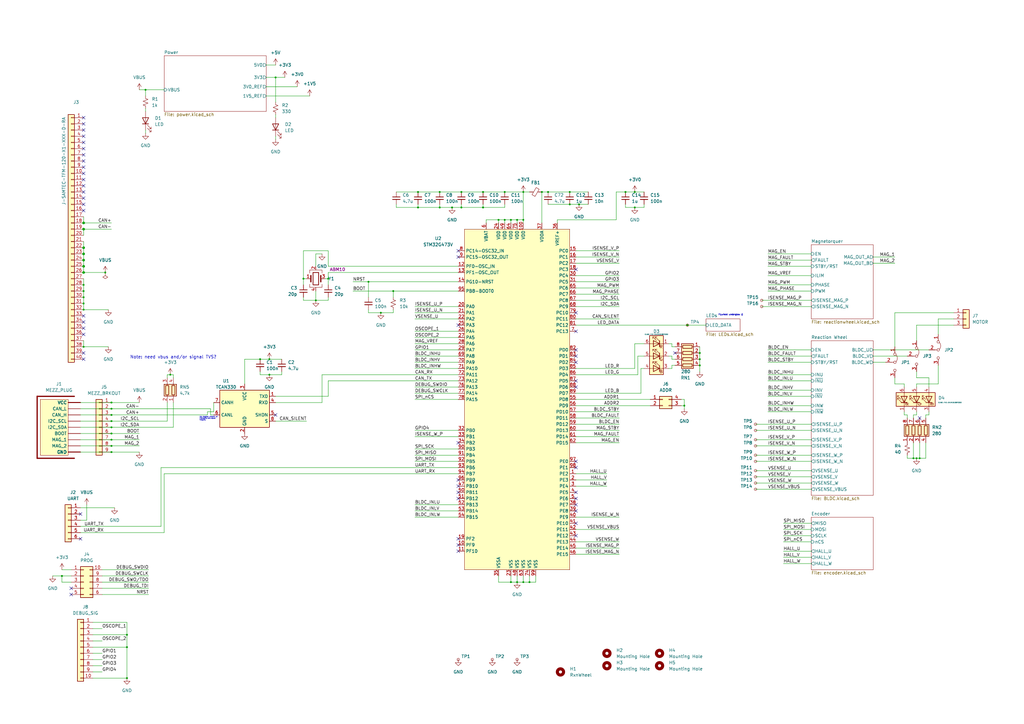
<source format=kicad_sch>
(kicad_sch (version 20220102) (generator eeschema)
  (paper "A3")
  (junction (at 45.72 170.18) (diameter 0.6096))
  (junction (at 287.02 147.32) (diameter 0.6096))
  (junction (at 43.18 111.76) (diameter 0.6096))
  (junction (at 124.46 114.3) (diameter 0.6096))
  (junction (at 45.72 182.88) (diameter 0.6096))
  (junction (at 129.54 123.19) (diameter 0.6096))
  (junction (at 69.85 153.67) (diameter 0.6096))
  (junction (at 281.94 133.35) (diameter 0.6096))
  (junction (at 214.63 78.74) (diameter 0.6096))
  (junction (at 45.72 165.1) (diameter 0.6096))
  (junction (at 377.19 187.96) (diameter 0.6096))
  (junction (at 45.72 180.34) (diameter 0.6096))
  (junction (at 34.29 127) (diameter 0.6096))
  (junction (at 161.29 119.38) (diameter 0.6096))
  (junction (at 110.49 147.32) (diameter 0.6096))
  (junction (at 34.29 101.6) (diameter 0.9144))
  (junction (at 52.07 278.13) (diameter 0.6096))
  (junction (at 375.92 187.96) (diameter 0.6096))
  (junction (at 34.29 124.46) (diameter 0.6096))
  (junction (at 237.49 83.82) (diameter 0.6096))
  (junction (at 260.35 85.09) (diameter 0.6096))
  (junction (at 209.55 90.17) (diameter 0.6096))
  (junction (at 34.29 111.76) (diameter 0.9144))
  (junction (at 204.47 90.17) (diameter 0.6096))
  (junction (at 45.72 172.72) (diameter 0.6096))
  (junction (at 151.13 115.57) (diameter 0.6096))
  (junction (at 185.42 85.09) (diameter 0.6096))
  (junction (at 212.09 238.76) (diameter 0.6096))
  (junction (at 34.29 116.84) (diameter 0.6096))
  (junction (at 59.69 36.83) (diameter 0.6096))
  (junction (at 45.72 185.42) (diameter 0.6096))
  (junction (at 34.29 106.68) (diameter 0.9144))
  (junction (at 198.12 78.74) (diameter 0.6096))
  (junction (at 217.17 238.76) (diameter 0.6096))
  (junction (at 45.72 175.26) (diameter 0.6096))
  (junction (at 260.35 78.74) (diameter 0.6096))
  (junction (at 198.12 85.09) (diameter 0.6096))
  (junction (at 134.62 114.3) (diameter 0.6096))
  (junction (at 214.63 238.76) (diameter 0.6096))
  (junction (at 207.01 78.74) (diameter 0.6096))
  (junction (at 45.72 177.8) (diameter 0.6096))
  (junction (at 207.01 90.17) (diameter 0.6096))
  (junction (at 374.65 187.96) (diameter 0.6096))
  (junction (at 233.68 83.82) (diameter 0.6096))
  (junction (at 34.29 104.14) (diameter 0.9144))
  (junction (at 209.55 238.76) (diameter 0.6096))
  (junction (at 34.29 142.24) (diameter 0.6096))
  (junction (at 34.29 109.22) (diameter 0.9144))
  (junction (at 212.09 90.17) (diameter 0.6096))
  (junction (at 180.34 78.74) (diameter 0.6096))
  (junction (at 113.03 31.75) (diameter 0.6096))
  (junction (at 214.63 90.17) (diameter 0.6096))
  (junction (at 45.72 167.64) (diameter 0.6096))
  (junction (at 25.4 236.22) (diameter 0.6096))
  (junction (at 189.23 85.09) (diameter 0.6096))
  (junction (at 287.02 149.86) (diameter 0.6096))
  (junction (at 189.23 78.74) (diameter 0.6096))
  (junction (at 110.49 153.67) (diameter 0.6096))
  (junction (at 34.29 119.38) (diameter 0.6096))
  (junction (at 256.54 78.74) (diameter 0.6096))
  (junction (at 156.21 128.27) (diameter 0.6096))
  (junction (at 233.68 78.74) (diameter 0.6096))
  (junction (at 180.34 85.09) (diameter 0.6096))
  (junction (at 34.29 93.98) (diameter 0.9144))
  (junction (at 52.07 265.43) (diameter 0.6096))
  (junction (at 224.79 78.74) (diameter 0.6096))
  (junction (at 34.29 91.44) (diameter 0.9144))
  (junction (at 34.29 121.92) (diameter 0.6096))
  (junction (at 171.45 85.09) (diameter 0.6096))
  (junction (at 52.07 260.35) (diameter 0.6096))
  (junction (at 280.67 166.37) (diameter 0.6096))
  (junction (at 171.45 78.74) (diameter 0.6096))
  (junction (at 106.68 147.32) (diameter 0.6096))
  (junction (at 287.02 144.78) (diameter 0.6096))
  (junction (at 222.25 78.74) (diameter 0.6096))
  (no_connect (at 236.22 204.47))
  (no_connect (at 34.29 147.32))
  (no_connect (at 236.22 207.01))
  (no_connect (at 34.29 144.78))
  (no_connect (at 236.22 189.23))
  (no_connect (at 236.22 158.75))
  (no_connect (at 34.29 129.54))
  (no_connect (at 34.29 63.5))
  (no_connect (at 187.96 102.87))
  (no_connect (at 34.29 66.04))
  (no_connect (at 377.19 171.45))
  (no_connect (at 187.96 204.47))
  (no_connect (at 34.29 48.26))
  (no_connect (at 34.29 53.34))
  (no_connect (at 236.22 128.27))
  (no_connect (at 34.29 86.36))
  (no_connect (at 34.29 81.28))
  (no_connect (at 34.29 71.12))
  (no_connect (at 33.02 220.98))
  (no_connect (at 276.86 144.78))
  (no_connect (at 29.21 241.3))
  (no_connect (at 34.29 134.62))
  (no_connect (at 236.22 143.51))
  (no_connect (at 236.22 219.71))
  (no_connect (at 34.29 73.66))
  (no_connect (at 187.96 199.39))
  (no_connect (at 236.22 214.63))
  (no_connect (at 187.96 220.98))
  (no_connect (at 34.29 132.08))
  (no_connect (at 34.29 83.82))
  (no_connect (at 29.21 243.84))
  (no_connect (at 187.96 223.52))
  (no_connect (at 34.29 76.2))
  (no_connect (at 34.29 55.88))
  (no_connect (at 113.03 170.18))
  (no_connect (at 187.96 196.85))
  (no_connect (at 187.96 105.41))
  (no_connect (at 236.22 110.49))
  (no_connect (at 187.96 226.06))
  (no_connect (at 236.22 148.59))
  (no_connect (at 34.29 68.58))
  (no_connect (at 34.29 50.8))
  (no_connect (at 34.29 137.16))
  (no_connect (at 33.02 210.82))
  (no_connect (at 34.29 78.74))
  (no_connect (at 187.96 133.35))
  (no_connect (at 236.22 135.89))
  (no_connect (at 236.22 146.05))
  (no_connect (at 187.96 181.61))
  (no_connect (at 34.29 58.42))
  (no_connect (at 236.22 201.93))
  (no_connect (at 236.22 156.21))
  (no_connect (at 236.22 209.55))
  (no_connect (at 236.22 191.77))
  (no_connect (at 187.96 201.93))
  (no_connect (at 34.29 60.96))
  (wire (pts (xy 45.72 170.18) (xy 85.09 170.18)))
  (wire (pts (xy 151.13 115.57) (xy 187.96 115.57)))
  (wire (pts (xy 212.09 90.17) (xy 212.09 91.44)))
  (wire (pts (xy 38.1 275.59) (xy 41.91 275.59)))
  (wire (pts (xy 236.22 120.65) (xy 254 120.65)))
  (wire (pts (xy 38.1 273.05) (xy 41.91 273.05)))
  (wire (pts (xy 144.78 115.57) (xy 151.13 115.57)))
  (wire (pts (xy 124.46 114.3) (xy 125.73 114.3)))
  (wire (pts (xy 124.46 116.84) (xy 124.46 114.3)))
  (wire (pts (xy 41.91 236.22) (xy 60.96 236.22)))
  (wire (pts (xy 144.78 119.38) (xy 161.29 119.38)))
  (wire (pts (xy 358.14 105.41) (xy 367.03 105.41)))
  (wire (pts (xy 236.22 130.81) (xy 254 130.81)))
  (wire (pts (xy 314.96 109.22) (xy 332.74 109.22)))
  (wire (pts (xy 180.34 83.82) (xy 180.34 85.09)))
  (wire (pts (xy 236.22 217.17) (xy 254 217.17)))
  (wire (pts (xy 41.91 241.3) (xy 60.96 241.3)))
  (wire (pts (xy 151.13 128.27) (xy 156.21 128.27)))
  (wire (pts (xy 209.55 90.17) (xy 209.55 91.44)))
  (wire (pts (xy 109.22 26.67) (xy 113.03 26.67)))
  (wire (pts (xy 222.25 78.74) (xy 224.79 78.74)))
  (wire (pts (xy 224.79 78.74) (xy 233.68 78.74)))
  (wire (pts (xy 45.72 177.8) (xy 57.15 177.8)))
  (wire (pts (xy 309.88 193.04) (xy 332.74 193.04)))
  (wire (pts (xy 34.29 93.98) (xy 45.72 93.98)))
  (wire (pts (xy 34.29 96.52) (xy 34.29 93.98)))
  (wire (pts (xy 134.62 111.76) (xy 187.96 111.76)))
  (wire (pts (xy 134.62 114.3) (xy 134.62 111.76)))
  (wire (pts (xy 41.91 233.68) (xy 60.96 233.68)))
  (wire (pts (xy 170.18 161.29) (xy 187.96 161.29)))
  (wire (pts (xy 204.47 90.17) (xy 204.47 91.44)))
  (wire (pts (xy 207.01 90.17) (xy 207.01 91.44)))
  (wire (pts (xy 199.39 90.17) (xy 204.47 90.17)))
  (wire (pts (xy 204.47 90.17) (xy 207.01 90.17)))
  (wire (pts (xy 207.01 90.17) (xy 209.55 90.17)))
  (wire (pts (xy 209.55 90.17) (xy 212.09 90.17)))
  (wire (pts (xy 214.63 78.74) (xy 214.63 90.17)))
  (wire (pts (xy 309.88 180.34) (xy 332.74 180.34)))
  (wire (pts (xy 132.08 104.14) (xy 129.54 104.14)))
  (wire (pts (xy 274.32 146.05) (xy 275.59 146.05)))
  (wire (pts (xy 275.59 146.05) (xy 275.59 147.32)))
  (wire (pts (xy 275.59 147.32) (xy 276.86 147.32)))
  (wire (pts (xy 161.29 119.38) (xy 161.29 121.92)))
  (wire (pts (xy 33.02 182.88) (xy 45.72 182.88)))
  (wire (pts (xy 129.54 119.38) (xy 129.54 123.19)))
  (wire (pts (xy 124.46 123.19) (xy 124.46 121.92)))
  (wire (pts (xy 129.54 123.19) (xy 124.46 123.19)))
  (wire (pts (xy 170.18 128.27) (xy 187.96 128.27)))
  (wire (pts (xy 38.1 257.81) (xy 41.91 257.81)))
  (wire (pts (xy 236.22 102.87) (xy 254 102.87)))
  (wire (pts (xy 109.22 39.37) (xy 127 39.37)))
  (wire (pts (xy 199.39 90.17) (xy 199.39 91.44)))
  (wire (pts (xy 321.31 222.25) (xy 332.74 222.25)))
  (wire (pts (xy 100.33 147.32) (xy 106.68 147.32)))
  (wire (pts (xy 100.33 157.48) (xy 100.33 147.32)))
  (wire (pts (xy 106.68 147.32) (xy 110.49 147.32)))
  (wire (pts (xy 110.49 147.32) (xy 115.57 147.32)))
  (wire (pts (xy 321.31 217.17) (xy 332.74 217.17)))
  (wire (pts (xy 52.07 278.13) (xy 52.07 265.43)))
  (wire (pts (xy 57.15 36.83) (xy 59.69 36.83)))
  (wire (pts (xy 59.69 36.83) (xy 67.31 36.83)))
  (wire (pts (xy 124.46 102.87) (xy 124.46 114.3)))
  (wire (pts (xy 134.62 102.87) (xy 124.46 102.87)))
  (wire (pts (xy 134.62 109.22) (xy 134.62 102.87)))
  (wire (pts (xy 187.96 109.22) (xy 134.62 109.22)))
  (wire (pts (xy 384.81 130.81) (xy 391.16 130.81)))
  (wire (pts (xy 384.81 137.16) (xy 384.81 130.81)))
  (wire (pts (xy 314.96 160.02) (xy 332.74 160.02)))
  (wire (pts (xy 170.18 163.83) (xy 187.96 163.83)))
  (wire (pts (xy 170.18 186.69) (xy 187.96 186.69)))
  (wire (pts (xy 189.23 83.82) (xy 189.23 85.09)))
  (wire (pts (xy 170.18 135.89) (xy 187.96 135.89)))
  (wire (pts (xy 113.03 162.56) (xy 134.62 162.56)))
  (wire (pts (xy 134.62 162.56) (xy 134.62 156.21)))
  (wire (pts (xy 35.56 207.01) (xy 35.56 213.36)))
  (wire (pts (xy 35.56 213.36) (xy 33.02 213.36)))
  (wire (pts (xy 170.18 207.01) (xy 187.96 207.01)))
  (wire (pts (xy 367.03 154.94) (xy 367.03 157.48)))
  (wire (pts (xy 367.03 157.48) (xy 370.84 157.48)))
  (wire (pts (xy 370.84 157.48) (xy 370.84 158.75)))
  (wire (pts (xy 309.88 182.88) (xy 332.74 182.88)))
  (wire (pts (xy 236.22 105.41) (xy 254 105.41)))
  (wire (pts (xy 236.22 151.13) (xy 260.35 151.13)))
  (wire (pts (xy 314.96 166.37) (xy 332.74 166.37)))
  (wire (pts (xy 358.14 146.05) (xy 372.11 146.05)))
  (wire (pts (xy 312.42 125.73) (xy 332.74 125.73)))
  (wire (pts (xy 228.6 90.17) (xy 252.73 90.17)))
  (wire (pts (xy 252.73 78.74) (xy 256.54 78.74)))
  (wire (pts (xy 252.73 90.17) (xy 252.73 78.74)))
  (wire (pts (xy 256.54 78.74) (xy 260.35 78.74)))
  (wire (pts (xy 260.35 78.74) (xy 264.16 78.74)))
  (wire (pts (xy 236.22 224.79) (xy 254 224.79)))
  (wire (pts (xy 69.85 153.67) (xy 71.12 153.67)))
  (wire (pts (xy 71.12 153.67) (xy 71.12 154.94)))
  (wire (pts (xy 52.07 265.43) (xy 52.07 260.35)))
  (wire (pts (xy 236.22 118.11) (xy 254 118.11)))
  (wire (pts (xy 214.63 90.17) (xy 214.63 91.44)))
  (wire (pts (xy 309.88 198.12) (xy 332.74 198.12)))
  (wire (pts (xy 106.68 152.4) (xy 106.68 153.67)))
  (wire (pts (xy 106.68 153.67) (xy 110.49 153.67)))
  (wire (pts (xy 110.49 153.67) (xy 115.57 153.67)))
  (wire (pts (xy 115.57 153.67) (xy 115.57 152.4)))
  (wire (pts (xy 236.22 161.29) (xy 262.89 161.29)))
  (wire (pts (xy 262.89 151.13) (xy 264.16 151.13)))
  (wire (pts (xy 262.89 161.29) (xy 262.89 151.13)))
  (wire (pts (xy 236.22 196.85) (xy 248.92 196.85)))
  (wire (pts (xy 67.31 194.31) (xy 187.96 194.31)))
  (wire (pts (xy 67.31 218.44) (xy 67.31 194.31)))
  (wire (pts (xy 162.56 78.74) (xy 171.45 78.74)))
  (wire (pts (xy 171.45 78.74) (xy 180.34 78.74)))
  (wire (pts (xy 180.34 78.74) (xy 189.23 78.74)))
  (wire (pts (xy 189.23 78.74) (xy 198.12 78.74)))
  (wire (pts (xy 198.12 78.74) (xy 207.01 78.74)))
  (wire (pts (xy 207.01 78.74) (xy 214.63 78.74)))
  (wire (pts (xy 86.36 167.64) (xy 86.36 170.18)))
  (wire (pts (xy 86.36 170.18) (xy 87.63 170.18)))
  (wire (pts (xy 34.29 142.24) (xy 34.29 139.7)))
  (wire (pts (xy 44.45 142.24) (xy 34.29 142.24)))
  (wire (pts (xy 34.29 99.06) (xy 34.29 101.6)))
  (wire (pts (xy 34.29 101.6) (xy 34.29 104.14)))
  (wire (pts (xy 34.29 104.14) (xy 34.29 106.68)))
  (wire (pts (xy 34.29 106.68) (xy 34.29 109.22)))
  (wire (pts (xy 34.29 109.22) (xy 34.29 111.76)))
  (wire (pts (xy 34.29 111.76) (xy 43.18 111.76)))
  (wire (pts (xy 25.4 233.68) (xy 29.21 233.68)))
  (wire (pts (xy 113.03 31.75) (xy 113.03 41.91)))
  (wire (pts (xy 370.84 170.18) (xy 370.84 168.91)))
  (wire (pts (xy 372.11 170.18) (xy 370.84 170.18)))
  (wire (pts (xy 372.11 171.45) (xy 372.11 170.18)))
  (wire (pts (xy 170.18 140.97) (xy 187.96 140.97)))
  (wire (pts (xy 33.02 177.8) (xy 45.72 177.8)))
  (wire (pts (xy 236.22 227.33) (xy 254 227.33)))
  (wire (pts (xy 170.18 148.59) (xy 187.96 148.59)))
  (wire (pts (xy 33.02 215.9) (xy 66.04 215.9)))
  (wire (pts (xy 109.22 31.75) (xy 113.03 31.75)))
  (wire (pts (xy 212.09 236.22) (xy 212.09 238.76)))
  (wire (pts (xy 171.45 83.82) (xy 171.45 85.09)))
  (wire (pts (xy 151.13 115.57) (xy 151.13 121.92)))
  (wire (pts (xy 260.35 140.97) (xy 264.16 140.97)))
  (wire (pts (xy 260.35 151.13) (xy 260.35 140.97)))
  (wire (pts (xy 375.92 133.35) (xy 391.16 133.35)))
  (wire (pts (xy 358.14 107.95) (xy 367.03 107.95)))
  (wire (pts (xy 204.47 238.76) (xy 204.47 236.22)))
  (wire (pts (xy 209.55 238.76) (xy 204.47 238.76)))
  (wire (pts (xy 212.09 238.76) (xy 209.55 238.76)))
  (wire (pts (xy 309.88 195.58) (xy 332.74 195.58)))
  (wire (pts (xy 236.22 123.19) (xy 254 123.19)))
  (wire (pts (xy 321.31 219.71) (xy 332.74 219.71)))
  (wire (pts (xy 375.92 154.94) (xy 375.92 152.4)))
  (wire (pts (xy 381 154.94) (xy 375.92 154.94)))
  (wire (pts (xy 170.18 130.81) (xy 187.96 130.81)))
  (wire (pts (xy 321.31 228.6) (xy 332.74 228.6)))
  (wire (pts (xy 236.22 125.73) (xy 254 125.73)))
  (wire (pts (xy 372.11 186.69) (xy 372.11 187.96)))
  (wire (pts (xy 372.11 187.96) (xy 374.65 187.96)))
  (wire (pts (xy 374.65 187.96) (xy 375.92 187.96)))
  (wire (pts (xy 375.92 187.96) (xy 377.19 187.96)))
  (wire (pts (xy 377.19 187.96) (xy 379.73 187.96)))
  (wire (pts (xy 379.73 181.61) (xy 379.73 187.96)))
  (wire (pts (xy 38.1 278.13) (xy 52.07 278.13)))
  (wire (pts (xy 66.04 191.77) (xy 66.04 215.9)))
  (wire (pts (xy 66.04 191.77) (xy 187.96 191.77)))
  (wire (pts (xy 367.03 128.27) (xy 367.03 142.24)))
  (wire (pts (xy 391.16 128.27) (xy 367.03 128.27)))
  (wire (pts (xy 236.22 173.99) (xy 254 173.99)))
  (wire (pts (xy 170.18 125.73) (xy 187.96 125.73)))
  (wire (pts (xy 236.22 163.83) (xy 266.7 163.83)))
  (wire (pts (xy 33.02 165.1) (xy 45.72 165.1)))
  (wire (pts (xy 45.72 165.1) (xy 57.15 165.1)))
  (wire (pts (xy 170.18 176.53) (xy 187.96 176.53)))
  (wire (pts (xy 236.22 176.53) (xy 254 176.53)))
  (wire (pts (xy 45.72 167.64) (xy 86.36 167.64)))
  (wire (pts (xy 33.02 167.64) (xy 45.72 167.64)))
  (wire (pts (xy 314.96 168.91) (xy 332.74 168.91)))
  (wire (pts (xy 233.68 78.74) (xy 241.3 78.74)))
  (wire (pts (xy 274.32 151.13) (xy 275.59 151.13)))
  (wire (pts (xy 275.59 149.86) (xy 276.86 149.86)))
  (wire (pts (xy 275.59 151.13) (xy 275.59 149.86)))
  (wire (pts (xy 381 154.94) (xy 381 158.75)))
  (wire (pts (xy 38.1 260.35) (xy 52.07 260.35)))
  (wire (pts (xy 132.08 153.67) (xy 132.08 165.1)))
  (wire (pts (xy 132.08 165.1) (xy 113.03 165.1)))
  (wire (pts (xy 38.1 270.51) (xy 41.91 270.51)))
  (wire (pts (xy 25.4 238.76) (xy 25.4 236.22)))
  (wire (pts (xy 29.21 238.76) (xy 25.4 238.76)))
  (wire (pts (xy 374.65 170.18) (xy 375.92 170.18)))
  (wire (pts (xy 374.65 171.45) (xy 374.65 170.18)))
  (wire (pts (xy 375.92 170.18) (xy 375.92 168.91)))
  (wire (pts (xy 236.22 171.45) (xy 254 171.45)))
  (wire (pts (xy 151.13 128.27) (xy 151.13 127)))
  (wire (pts (xy 161.29 127) (xy 161.29 128.27)))
  (wire (pts (xy 161.29 128.27) (xy 156.21 128.27)))
  (wire (pts (xy 45.72 175.26) (xy 71.12 175.26)))
  (wire (pts (xy 71.12 175.26) (xy 71.12 165.1)))
  (wire (pts (xy 41.91 238.76) (xy 60.96 238.76)))
  (wire (pts (xy 222.25 78.74) (xy 222.25 91.44)))
  (wire (pts (xy 45.72 172.72) (xy 68.58 172.72)))
  (wire (pts (xy 68.58 172.72) (xy 68.58 165.1)))
  (wire (pts (xy 113.03 46.99) (xy 113.03 48.26)))
  (wire (pts (xy 85.09 168.91) (xy 85.09 170.18)))
  (wire (pts (xy 87.63 165.1) (xy 87.63 168.91)))
  (wire (pts (xy 87.63 168.91) (xy 85.09 168.91)))
  (wire (pts (xy 38.1 262.89) (xy 41.91 262.89)))
  (wire (pts (xy 236.22 222.25) (xy 254 222.25)))
  (wire (pts (xy 162.56 83.82) (xy 162.56 85.09)))
  (wire (pts (xy 162.56 85.09) (xy 171.45 85.09)))
  (wire (pts (xy 171.45 85.09) (xy 180.34 85.09)))
  (wire (pts (xy 180.34 85.09) (xy 185.42 85.09)))
  (wire (pts (xy 185.42 85.09) (xy 189.23 85.09)))
  (wire (pts (xy 189.23 85.09) (xy 198.12 85.09)))
  (wire (pts (xy 198.12 85.09) (xy 207.01 85.09)))
  (wire (pts (xy 207.01 85.09) (xy 207.01 83.82)))
  (wire (pts (xy 34.29 114.3) (xy 34.29 116.84)))
  (wire (pts (xy 34.29 116.84) (xy 34.29 119.38)))
  (wire (pts (xy 34.29 119.38) (xy 34.29 121.92)))
  (wire (pts (xy 34.29 121.92) (xy 34.29 124.46)))
  (wire (pts (xy 34.29 124.46) (xy 34.29 127)))
  (wire (pts (xy 34.29 127) (xy 44.45 127)))
  (wire (pts (xy 113.03 172.72) (xy 125.73 172.72)))
  (wire (pts (xy 68.58 153.67) (xy 68.58 154.94)))
  (wire (pts (xy 69.85 153.67) (xy 68.58 153.67)))
  (wire (pts (xy 161.29 119.38) (xy 187.96 119.38)))
  (wire (pts (xy 129.54 104.14) (xy 129.54 109.22)))
  (wire (pts (xy 236.22 179.07) (xy 254 179.07)))
  (wire (pts (xy 170.18 209.55) (xy 187.96 209.55)))
  (wire (pts (xy 374.65 181.61) (xy 374.65 187.96)))
  (wire (pts (xy 45.72 180.34) (xy 57.15 180.34)))
  (wire (pts (xy 314.96 162.56) (xy 332.74 162.56)))
  (wire (pts (xy 358.14 143.51) (xy 381 143.51)))
  (wire (pts (xy 170.18 146.05) (xy 187.96 146.05)))
  (wire (pts (xy 236.22 113.03) (xy 254 113.03)))
  (wire (pts (xy 309.88 200.66) (xy 332.74 200.66)))
  (wire (pts (xy 59.69 36.83) (xy 59.69 39.37)))
  (wire (pts (xy 314.96 153.67) (xy 332.74 153.67)))
  (wire (pts (xy 170.18 179.07) (xy 187.96 179.07)))
  (wire (pts (xy 377.19 181.61) (xy 377.19 187.96)))
  (wire (pts (xy 134.62 114.3) (xy 133.35 114.3)))
  (wire (pts (xy 134.62 116.84) (xy 134.62 114.3)))
  (wire (pts (xy 379.73 170.18) (xy 381 170.18)))
  (wire (pts (xy 379.73 171.45) (xy 379.73 170.18)))
  (wire (pts (xy 381 170.18) (xy 381 168.91)))
  (wire (pts (xy 214.63 90.17) (xy 212.09 90.17)))
  (wire (pts (xy 375.92 157.48) (xy 375.92 158.75)))
  (wire (pts (xy 384.81 149.86) (xy 384.81 157.48)))
  (wire (pts (xy 384.81 157.48) (xy 375.92 157.48)))
  (wire (pts (xy 236.22 194.31) (xy 248.92 194.31)))
  (wire (pts (xy 59.69 44.45) (xy 59.69 45.72)))
  (wire (pts (xy 59.69 53.34) (xy 59.69 54.61)))
  (wire (pts (xy 121.92 35.56) (xy 109.22 35.56)))
  (wire (pts (xy 170.18 184.15) (xy 187.96 184.15)))
  (wire (pts (xy 33.02 208.28) (xy 46.99 208.28)))
  (wire (pts (xy 309.88 189.23) (xy 332.74 189.23)))
  (wire (pts (xy 113.03 31.75) (xy 116.84 31.75)))
  (wire (pts (xy 134.62 156.21) (xy 187.96 156.21)))
  (wire (pts (xy 314.96 119.38) (xy 332.74 119.38)))
  (wire (pts (xy 34.29 91.44) (xy 34.29 88.9)))
  (wire (pts (xy 45.72 91.44) (xy 34.29 91.44)))
  (wire (pts (xy 375.92 139.7) (xy 375.92 133.35)))
  (wire (pts (xy 314.96 106.68) (xy 332.74 106.68)))
  (wire (pts (xy 113.03 55.88) (xy 113.03 57.15)))
  (wire (pts (xy 358.14 148.59) (xy 363.22 148.59)))
  (wire (pts (xy 170.18 158.75) (xy 187.96 158.75)))
  (wire (pts (xy 33.02 175.26) (xy 45.72 175.26)))
  (wire (pts (xy 321.31 231.14) (xy 332.74 231.14)))
  (wire (pts (xy 280.67 166.37) (xy 279.4 166.37)))
  (wire (pts (xy 280.67 167.64) (xy 280.67 166.37)))
  (wire (pts (xy 217.17 236.22) (xy 217.17 238.76)))
  (wire (pts (xy 309.88 186.69) (xy 332.74 186.69)))
  (wire (pts (xy 314.96 156.21) (xy 332.74 156.21)))
  (wire (pts (xy 38.1 267.97) (xy 41.91 267.97)))
  (wire (pts (xy 280.67 163.83) (xy 279.4 163.83)))
  (wire (pts (xy 280.67 166.37) (xy 280.67 163.83)))
  (wire (pts (xy 33.02 218.44) (xy 67.31 218.44)))
  (wire (pts (xy 45.72 182.88) (xy 57.15 182.88)))
  (wire (pts (xy 314.96 116.84) (xy 332.74 116.84)))
  (wire (pts (xy 236.22 115.57) (xy 254 115.57)))
  (wire (pts (xy 309.88 176.53) (xy 332.74 176.53)))
  (wire (pts (xy 33.02 170.18) (xy 45.72 170.18)))
  (wire (pts (xy 33.02 172.72) (xy 45.72 172.72)))
  (wire (pts (xy 236.22 133.35) (xy 281.94 133.35)))
  (wire (pts (xy 281.94 133.35) (xy 289.56 133.35)))
  (wire (pts (xy 256.54 83.82) (xy 256.54 85.09)))
  (wire (pts (xy 256.54 85.09) (xy 260.35 85.09)))
  (wire (pts (xy 260.35 85.09) (xy 264.16 85.09)))
  (wire (pts (xy 264.16 85.09) (xy 264.16 83.82)))
  (wire (pts (xy 170.18 143.51) (xy 187.96 143.51)))
  (wire (pts (xy 214.63 78.74) (xy 217.17 78.74)))
  (wire (pts (xy 33.02 180.34) (xy 45.72 180.34)))
  (wire (pts (xy 228.6 90.17) (xy 228.6 91.44)))
  (wire (pts (xy 236.22 166.37) (xy 266.7 166.37)))
  (wire (pts (xy 38.1 265.43) (xy 52.07 265.43)))
  (wire (pts (xy 132.08 153.67) (xy 187.96 153.67)))
  (wire (pts (xy 33.02 185.42) (xy 45.72 185.42)))
  (wire (pts (xy 209.55 236.22) (xy 209.55 238.76)))
  (wire (pts (xy 237.49 83.82) (xy 233.68 83.82)))
  (wire (pts (xy 241.3 83.82) (xy 237.49 83.82)))
  (wire (pts (xy 314.96 143.51) (xy 332.74 143.51)))
  (wire (pts (xy 224.79 83.82) (xy 233.68 83.82)))
  (wire (pts (xy 21.59 236.22) (xy 25.4 236.22)))
  (wire (pts (xy 25.4 236.22) (xy 29.21 236.22)))
  (wire (pts (xy 321.31 214.63) (xy 332.74 214.63)))
  (wire (pts (xy 314.96 148.59) (xy 332.74 148.59)))
  (wire (pts (xy 45.72 185.42) (xy 57.15 185.42)))
  (wire (pts (xy 41.91 243.84) (xy 60.96 243.84)))
  (wire (pts (xy 321.31 226.06) (xy 332.74 226.06)))
  (wire (pts (xy 236.22 153.67) (xy 261.62 153.67)))
  (wire (pts (xy 314.96 146.05) (xy 332.74 146.05)))
  (wire (pts (xy 236.22 107.95) (xy 254 107.95)))
  (wire (pts (xy 309.88 173.99) (xy 332.74 173.99)))
  (wire (pts (xy 314.96 113.03) (xy 332.74 113.03)))
  (wire (pts (xy 236.22 168.91) (xy 254 168.91)))
  (wire (pts (xy 170.18 189.23) (xy 187.96 189.23)))
  (wire (pts (xy 212.09 238.76) (xy 214.63 238.76)))
  (wire (pts (xy 214.63 238.76) (xy 217.17 238.76)))
  (wire (pts (xy 217.17 238.76) (xy 219.71 238.76)))
  (wire (pts (xy 219.71 238.76) (xy 219.71 236.22)))
  (wire (pts (xy 198.12 83.82) (xy 198.12 85.09)))
  (wire (pts (xy 236.22 212.09) (xy 254 212.09)))
  (wire (pts (xy 312.42 123.19) (xy 332.74 123.19)))
  (wire (pts (xy 38.1 255.27) (xy 52.07 255.27)))
  (wire (pts (xy 52.07 260.35) (xy 52.07 255.27)))
  (wire (pts (xy 287.02 142.24) (xy 287.02 144.78)))
  (wire (pts (xy 287.02 144.78) (xy 287.02 147.32)))
  (wire (pts (xy 287.02 147.32) (xy 287.02 149.86)))
  (wire (pts (xy 287.02 149.86) (xy 287.02 152.4)))
  (wire (pts (xy 170.18 151.13) (xy 187.96 151.13)))
  (wire (pts (xy 236.22 199.39) (xy 248.92 199.39)))
  (wire (pts (xy 236.22 181.61) (xy 254 181.61)))
  (wire (pts (xy 314.96 104.14) (xy 332.74 104.14)))
  (wire (pts (xy 129.54 123.19) (xy 134.62 123.19)))
  (wire (pts (xy 134.62 123.19) (xy 134.62 121.92)))
  (wire (pts (xy 214.63 236.22) (xy 214.63 238.76)))
  (wire (pts (xy 170.18 212.09) (xy 187.96 212.09)))
  (wire (pts (xy 170.18 138.43) (xy 187.96 138.43)))
  (wire (pts (xy 274.32 140.97) (xy 275.59 140.97)))
  (wire (pts (xy 275.59 140.97) (xy 275.59 142.24)))
  (wire (pts (xy 275.59 142.24) (xy 276.86 142.24)))
  (wire (pts (xy 261.62 146.05) (xy 264.16 146.05)))
  (wire (pts (xy 261.62 153.67) (xy 261.62 146.05)))
  (text "the magical windmill of\nfriendship and signal\nintegrity" (at 81.8468 172.6322 0) (effects (font (size 0.4 0.4)) (justify left bottom)))
  (text "Flywheel underglow ;) " (at 294.64 129.54 0) (effects (font (size 0.6 0.6)) (justify left bottom)))
  (text "Note: need vbus and/or signal TVS?" (at 53.34 147.32 0) (effects (font (size 1.27 1.27)) (justify left bottom)))
  (label "CAN+" (at 57.15 170.18 180))
  (label "DEBUG_SWDIO" (at 60.96 233.68 180))
  (label "HALL_V" (at 321.31 228.6 0))
  (label "VSENSE_W" (at 254 222.25 180))
  (label "MAG_1" (at 367.03 105.41 180))
  (label "VSENSE_U" (at 170.18 130.81 0))
  (label "ISENSE_MAG_N" (at 254 227.33 180))
  (label "SPI_MOSI" (at 170.18 189.23 0))
  (label "BLDC_INLU" (at 170.18 207.01 0))
  (label "GPIO1" (at 41.91 267.97 0))
  (label "HALL_U" (at 321.31 226.06 0))
  (label "ADDR1" (at 254 163.83 180))
  (label "ISENSE_MAG_P" (at 254 224.79 180))
  (label "ISENSE_W_N" (at 254 212.09 180))
  (label "VSENSE_V" (at 314.96 195.58 0))
  (label "MAG_FAULT" (at 254 179.07 180))
  (label "MAG_VREF" (at 170.18 140.97 0))
  (label "GPIO1" (at 170.18 143.51 0))
  (label "BLDC_INLV" (at 170.18 209.55 0))
  (label "BLDC_FAULT" (at 254 171.45 180))
  (label "ADDR2" (at 254 166.37 180))
  (label "CAN_TX" (at 170.18 156.21 0))
  (label "SPI_MISO" (at 321.31 214.63 0))
  (label "BLDC_INLW" (at 314.96 168.91 0))
  (label "BLDC_INLU" (at 314.96 156.21 0))
  (label "ISENSE_V_P" (at 254 102.87 180))
  (label "SPI_MOSI" (at 321.31 217.17 0))
  (label "I2C_SCL" (at 254 123.19 180))
  (label "MAG_2" (at 57.15 182.88 180))
  (label "HALL_V" (at 248.92 196.85 180))
  (label "CAN_RX" (at 170.18 153.67 0))
  (label "BLDC_EN" (at 254 173.99 180))
  (label "VSENSE_V" (at 254 107.95 180))
  (label "SPI_SCK" (at 321.31 219.71 0))
  (label "BLDC_EN" (at 314.96 143.51 0))
  (label "BLDC_INHU" (at 170.18 146.05 0))
  (label "MAG_FAULT" (at 314.96 106.68 0))
  (label "DEBUG_SWDIO" (at 170.18 158.75 0))
  (label "ISENSE_V_P" (at 314.96 180.34 0))
  (label "OSCOPE_2" (at 41.91 262.89 0))
  (label "I2C_SCL" (at 57.15 172.72 180))
  (label "UART_TX" (at 42.545 215.9 180))
  (label "CAN-" (at 57.15 167.64 180))
  (label "LED_B" (at 254 161.29 180))
  (label "LED_R" (at 254 151.13 180))
  (label "CAN+" (at 45.72 91.44 180))
  (label "HALL_W" (at 248.92 199.39 180))
  (label "OSCOPE_1" (at 41.91 257.81 0))
  (label "DEBUG_TDI" (at 60.96 241.3 180))
  (label "ISENSE_W_P" (at 170.18 179.07 0))
  (label "VSENSE_VBUS" (at 254 217.17 180))
  (label "BLDC_STBY" (at 254 168.91 180))
  (label "HALL_W" (at 321.31 231.14 0))
  (label "DEBUG_SWCLK" (at 170.18 161.29 0))
  (label "ISENSE_V_N" (at 254 105.41 180))
  (label "SPI_SCK" (at 170.18 184.15 0))
  (label "ISENSE_W_P" (at 314.96 186.69 0))
  (label "UART_RX" (at 170.18 194.31 0))
  (label "MAG_STBY" (at 254 176.53 180))
  (label "BLDC_INLW" (at 170.18 212.09 0))
  (label "I2C_SDA" (at 57.15 175.26 180))
  (label "DEBUG_SWO{slash}TDO" (at 60.96 238.76 180))
  (label "NRST" (at 144.78 115.57 0))
  (label "BLDC_INHV" (at 170.18 148.59 0))
  (label "VSENSE_VBUS" (at 314.96 200.66 0))
  (label "BLDC_INLV" (at 314.96 162.56 0))
  (label "MAG_EN" (at 314.96 104.14 0))
  (label "VSENSE_W" (at 314.96 198.12 0))
  (label "GPIO3" (at 41.91 273.05 0))
  (label "MAG_PHASE" (at 254 120.65 180))
  (label "NRST" (at 60.96 243.84 180))
  (label "LED_DATA" (at 254 133.35 180))
  (label "ISENSE_MAG_N" (at 314.96 125.73 0))
  (label "BLDC_INHU" (at 314.96 153.67 0))
  (label "CAN-" (at 45.72 93.98 180))
  (label "MAG_PWM" (at 314.96 116.84 0))
  (label "MAG_STBY" (at 314.96 109.22 0))
  (label "ISENSE_U_N" (at 314.96 176.53 0))
  (label "ISENSE_W_N" (at 314.96 189.23 0))
  (label "LED_G" (at 254 153.67 180))
  (label "MAG_2" (at 367.03 107.95 180))
  (label "ISENSE_U_P" (at 170.18 125.73 0))
  (label "BLDC_INHW" (at 314.96 166.37 0))
  (label "GPIO3" (at 254 115.57 180))
  (label "GPIO2" (at 41.91 270.51 0))
  (label "BLDC_INHV" (at 314.96 160.02 0))
  (label "SPI_nCS" (at 170.18 163.83 0))
  (label "DEBUG_SWCLK" (at 60.96 236.22 180))
  (label "GPIO4" (at 41.91 275.59 0))
  (label "BOOT" (at 57.15 177.8 180))
  (label "BLDC_FAULT" (at 314.96 146.05 0))
  (label "ISENSE_V_N" (at 314.96 182.88 0))
  (label "MAG_VREF" (at 314.96 113.03 0))
  (label "MAG_PWM" (at 254 118.11 180))
  (label "MAG_EN" (at 254 181.61 180))
  (label "OSCOPE_1" (at 170.18 135.89 0))
  (label "BLDC_INHW" (at 170.18 151.13 0))
  (label "SPI_MISO" (at 170.18 186.69 0))
  (label "UART_RX" (at 42.545 218.44 180))
  (label "UART_TX" (at 170.18 191.77 0))
  (label "ISENSE_U_P" (at 314.96 173.99 0))
  (label "BLDC_STBY" (at 314.96 148.59 0))
  (label "BOOT" (at 144.78 119.38 0))
  (label "HALL_U" (at 248.92 194.31 180))
  (label "I2C_SDA" (at 254 125.73 180))
  (label "GPIO4" (at 170.18 176.53 0))
  (label "GPIO2" (at 254 113.03 180))
  (label "SPI_nCS" (at 321.31 222.25 0))
  (label "MAG_PHASE" (at 314.96 119.38 0))
  (label "CAN_SILENT" (at 254 130.81 180))
  (label "ISENSE_MAG_P" (at 314.96 123.19 0))
  (label "OSCOPE_2" (at 170.18 138.43 0))
  (label "VSENSE_U" (at 314.96 193.04 0))
  (label "CAN_SILENT" (at 125.73 172.72 180))
  (label "ISENSE_U_N" (at 170.18 128.27 0))
  (label "MAG_1" (at 57.15 180.34 180))
  (symbol (lib_id "Device:C_Small") (at 124.46 119.38 0) (unit 1)
    (property "Reference" "C3" (at 121.92 118.1099 0) (effects (justify right)))
    (property "Value" "20p" (at 121.92 120.6499 0) (effects (justify right)))
    (property "Footprint" "Capacitor_SMD:C_0603_1608Metric" (effects hide))
  )
  (symbol (lib_id "power:GND") (at 21.59 236.22 0) (unit 1)
    (property "Reference" "#PWR0105" (effects hide))
    (property "Value" "GND" (at 21.59 241.3 0))
  )
  (symbol (lib_id "power:GND") (at 287.02 152.4 0) (unit 1)
    (property "Reference" "#PWR0150" (effects hide))
    (property "Value" "GND" (at 287.02 157.48 0))
  )
  (symbol (lib_id "power:+5V") (at 113.03 26.67 0) (unit 1)
    (property "Reference" "#PWR0192" (effects hide))
    (property "Value" "+5V" (at 113.03 21.59 0))
  )
  (symbol (lib_id "Device:R_Small_US") (at 372.11 184.15 0) (mirror y) (unit 1)
    (property "Reference" "R4" (at 369.57 182.8799 0) (effects (justify left)))
    (property "Value" "40" (at 369.57 185.4199 0) (effects (justify left)))
    (property "Footprint" "Resistor_SMD:R_0603_1608Metric" (effects hide))
  )
  (symbol (lib_id "Connector:TestPoint_Small") (at 312.42 125.73 0) (mirror y) (unit 1)
    (property "Reference" "TP16" (at 311.15 124.4599 0) (effects (justify left)))
    (property "Value" "TestPoint" (effects hide))
    (property "Footprint" "project:TestPoint_Keystone_5019_Minature-3DMODEL" (effects hide))
  )
  (symbol (lib_id "Connector:TestPoint_Small") (at 201.93 270.51 0) (unit 1)
    (property "Reference" "TP2" (at 203.2 269.2399 0) (effects (justify left)))
    (property "Value" "TestPoint" (effects hide))
    (property "Footprint" "project:TestPoint_Keystone_5019_Minature-3DMODEL" (effects hide))
  )
  (symbol (lib_id "power:PWR_FLAG") (at 43.18 111.76 180) (unit 1)
    (property "Reference" "#FLG0101" (effects hide))
    (property "Value" "PWR_FLAG" (effects hide))
  )
  (symbol (lib_id "power:VBUS") (at 57.15 36.83 0) (unit 1)
    (property "Reference" "#PWR0113" (effects hide))
    (property "Value" "VBUS" (at 57.15 31.75 0))
  )
  (symbol (lib_id "Connector:TestPoint_Small") (at 281.94 133.35 0) (unit 1)
    (property "Reference" "TP4" (at 283.21 132.0799 0) (effects (justify left)))
    (property "Value" "TestPoint" (effects hide))
    (property "Footprint" "project:TestPoint_Keystone_5019_Minature-3DMODEL" (effects hide))
  )
  (symbol (lib_id "power:+1V5") (at 127 39.37 0) (unit 1)
    (property "Reference" "#PWR0114" (effects hide))
    (property "Value" "+1V5" (at 127 34.29 0))
  )
  (symbol (lib_id "power:+3V3") (at 110.49 147.32 0) (unit 1)
    (property "Reference" "#PWR0143" (effects hide))
    (property "Value" "+3V3" (at 110.49 142.24 0))
  )
  (symbol (lib_id "power:GND") (at 375.92 187.96 0) (unit 1)
    (property "Reference" "#PWR0148" (effects hide))
    (property "Value" "GND" (at 375.92 193.04 0))
  )
  (symbol (lib_id "Connector:TestPoint_Small") (at 309.88 173.99 0) (mirror y) (unit 1)
    (property "Reference" "TP5" (at 308.61 172.7199 0) (effects (justify left)))
    (property "Value" "TestPoint" (effects hide))
    (property "Footprint" "project:TestPoint_Keystone_5019_Minature-3DMODEL" (effects hide))
  )
  (symbol (lib_id "power:GND") (at 237.49 83.82 0) (unit 1)
    (property "Reference" "#PWR0118" (effects hide))
    (property "Value" "GND" (at 237.49 88.9 0))
  )
  (symbol (lib_id "Connector_Generic:Conn_01x03") (at 396.24 130.81 0) (unit 1)
    (property "Reference" "J7" (at 398.78 129.5399 0) (effects (justify left)))
    (property "Value" "MOTOR" (at 398.78 132.0799 0) (effects (justify left)))
    (property "Footprint" "Connector_PinHeader_2.54mm:PinHeader_1x03_P2.54mm_Vertical" (effects hide))
  )
  (symbol (lib_id "power:GND") (at 187.96 270.51 0) (unit 1)
    (property "Reference" "#PWR0247" (effects hide))
    (property "Value" "GND" (at 187.96 275.59 0))
  )
  (symbol (lib_id "Device:C_Small") (at 207.01 81.28 0) (unit 1)
    (property "Reference" "C11" (at 209.55 80.0099 0) (effects (justify left)))
    (property "Value" "100n" (at 209.55 82.5499 0) (effects (justify left)))
    (property "Footprint" "Capacitor_SMD:C_0603_1608Metric" (effects hide))
  )
  (symbol (lib_id "Connector:TestPoint_Small") (at 309.88 193.04 0) (mirror y) (unit 1)
    (property "Reference" "TP11" (at 308.61 191.7699 0) (effects (justify left)))
    (property "Value" "TestPoint" (effects hide))
    (property "Footprint" "project:TestPoint_Keystone_5019_Minature-3DMODEL" (effects hide))
  )
  (symbol (lib_id "power:VBUS") (at 57.15 165.1 0) (unit 1)
    (property "Reference" "#PWR0102" (effects hide))
    (property "Value" "VBUS" (at 57.15 160.02 0))
  )
  (symbol (lib_id "Connector:TestPoint_Small") (at 309.88 200.66 0) (mirror y) (unit 1)
    (property "Reference" "TP14" (at 308.61 199.3899 0) (effects (justify left)))
    (property "Value" "TestPoint" (effects hide))
    (property "Footprint" "project:TestPoint_Keystone_5019_Minature-3DMODEL" (effects hide))
  )
  (symbol (lib_id "Device:R_Pack04") (at 281.94 147.32 90) (mirror x) (unit 1)
    (property "Reference" "RN1" (at 283.21 154.9401 90) (effects (justify left)))
    (property "Value" "280" (at 283.21 152.4001 90) (effects (justify left)))
    (property "Footprint" "Resistor_SMD:R_Array_Convex_4x0603" (effects hide))
  )
  (symbol (lib_id "Jumper:Jumper_3_Bridged12") (at 367.03 148.59 270) (unit 1)
    (property "Reference" "JP1" (at 369.57 148.5899 90) (effects (justify left)))
    (property "Value" "Jumper_3_Bridged12" (effects hide))
    (property "Footprint" "Connector_PinHeader_2.54mm:PinHeader_1x03_P2.54mm_Vertical" (effects hide))
  )
  (symbol (lib_id "power:GND") (at 280.67 167.64 0) (unit 1)
    (property "Reference" "#PWR0149" (effects hide))
    (property "Value" "GND" (at 280.67 172.72 0))
  )
  (symbol (lib_id "Connector:TestPoint_Small") (at 309.88 182.88 0) (mirror y) (unit 1)
    (property "Reference" "TP8" (at 308.61 181.6099 0) (effects (justify left)))
    (property "Value" "TestPoint" (effects hide))
    (property "Footprint" "project:TestPoint_Keystone_5019_Minature-3DMODEL" (effects hide))
  )
  (symbol (lib_id "Device:C_Small") (at 171.45 81.28 0) (unit 1)
    (property "Reference" "C7" (at 173.99 80.0099 0) (effects (justify left)))
    (property "Value" "100n" (at 173.99 82.5499 0) (effects (justify left)))
    (property "Footprint" "Capacitor_SMD:C_0603_1608Metric" (effects hide))
  )
  (symbol (lib_id "Device:C_Small") (at 151.13 124.46 0) (unit 1)
    (property "Reference" "C5" (at 153.67 123.1899 0) (effects (justify left)))
    (property "Value" "100n" (at 153.67 125.7299 0) (effects (justify left)))
    (property "Footprint" "Capacitor_SMD:C_0603_1608Metric" (effects hide))
  )
  (symbol (lib_id "Connector:TestPoint_Small") (at 309.88 198.12 0) (mirror y) (unit 1)
    (property "Reference" "TP13" (at 308.61 196.8499 0) (effects (justify left)))
    (property "Value" "TestPoint" (effects hide))
    (property "Footprint" "project:TestPoint_Keystone_5019_Minature-3DMODEL" (effects hide))
  )
  (symbol (lib_id "Connector_Generic:Conn_01x09") (at 40.64 175.26 0) (mirror y) (unit 1)
    (property "Reference" "J5" (at 42.672 158.75 0))
    (property "Value" "MEZZ_BRKOUT" (at 42.672 161.29 0))
    (property "Footprint" "Connector_PinHeader_2.54mm:PinHeader_1x09_P2.54mm_Vertical" (effects hide))
  )
  (symbol (lib_id "power:+3V3") (at 214.63 78.74 0) (unit 1)
    (property "Reference" "#PWR0120" (effects hide))
    (property "Value" "+3V3" (at 214.63 73.66 0))
  )
  (symbol (lib_id "power:GND") (at 113.03 57.15 0) (unit 1)
    (property "Reference" "#PWR0117" (effects hide))
    (property "Value" "GND" (at 113.03 62.23 0))
  )
  (symbol (lib_id "Jumper:Jumper_3_Bridged12") (at 375.92 146.05 270) (unit 1)
    (property "Reference" "JP3" (at 378.46 146.0499 90) (effects (justify left)))
    (property "Value" "Jumper_3_Bridged12" (effects hide))
    (property "Footprint" "Connector_PinHeader_2.54mm:PinHeader_1x03_P2.54mm_Vertical" (effects hide))
  )
  (symbol (lib_id "power:+3V3") (at 69.85 153.67 0) (unit 1)
    (property "Reference" "#PWR0220" (effects hide))
    (property "Value" "+3V3" (at 69.85 148.59 0))
  )
  (symbol (lib_id "Connector_Generic:Conn_02x02_Counter_Clockwise") (at 271.78 163.83 0) (unit 1)
    (property "Reference" "J6" (at 273.05 157.48 0))
    (property "Value" "ADDR" (at 273.05 160.02 0))
    (property "Footprint" "Connector_PinHeader_2.54mm:PinHeader_2x02_P2.54mm_Vertical" (effects hide))
  )
  (symbol (lib_id "Device:R_Small_US") (at 59.69 41.91 0) (unit 1)
    (property "Reference" "R1" (at 62.23 40.6399 0) (effects (justify left)))
    (property "Value" "1k" (at 62.23 43.1799 0) (effects (justify left)))
    (property "Footprint" "Resistor_SMD:R_0603_1608Metric" (effects hide))
  )
  (symbol (lib_id "power:GND") (at 44.45 127 0) (unit 1)
    (property "Reference" "#PWR0104" (effects hide))
    (property "Value" "GND" (at 44.45 132.08 0))
  )
  (symbol (lib_id "Mechanical:MountingHole") (at 270.51 273.05 0) (unit 1)
    (property "Reference" "H5" (at 274.32 271.7799 0) (effects (justify left)))
    (property "Value" "Mounting Hole" (at 274.32 274.3199 0) (effects (justify left)))
    (property "Footprint" "MountingHole:MountingHole_3.2mm_M3" (effects hide))
  )
  (symbol (lib_id "Device:R_Small_US") (at 113.03 44.45 0) (unit 1)
    (property "Reference" "R2" (at 115.57 43.1799 0) (effects (justify left)))
    (property "Value" "330" (at 115.57 45.7199 0) (effects (justify left)))
    (property "Footprint" "Resistor_SMD:R_0603_1608Metric" (effects hide))
  )
  (symbol (lib_id "power:GND") (at 44.45 142.24 0) (unit 1)
    (property "Reference" "#PWR0103" (effects hide))
    (property "Value" "GND" (at 44.45 147.32 0))
  )
  (symbol (lib_id "power:GND") (at 57.15 185.42 0) (unit 1)
    (property "Reference" "#PWR0109" (effects hide))
    (property "Value" "GND" (at 57.15 190.5 0))
  )
  (symbol (lib_id "power:GND") (at 59.69 54.61 0) (unit 1)
    (property "Reference" "#PWR0112" (effects hide))
    (property "Value" "GND" (at 59.69 59.69 0))
  )
  (symbol (lib_id "Device:C_Small") (at 180.34 81.28 0) (unit 1)
    (property "Reference" "C8" (at 182.88 80.0099 0) (effects (justify left)))
    (property "Value" "100n" (at 182.88 82.5499 0) (effects (justify left)))
    (property "Footprint" "Capacitor_SMD:C_0603_1608Metric" (effects hide))
  )
  (symbol (lib_id "Device:C_Small") (at 224.79 81.28 0) (unit 1)
    (property "Reference" "C72" (at 227.33 80.0099 0) (effects (justify left)))
    (property "Value" "4.7u" (at 227.33 82.5499 0) (effects (justify left)))
    (property "Footprint" "Capacitor_SMD:C_0603_1608Metric" (effects hide))
  )
  (symbol (lib_id "power:GND") (at 100.33 177.8 0) (unit 1)
    (property "Reference" "#PWR0142" (effects hide))
    (property "Value" "GND" (at 100.33 182.88 0))
  )
  (symbol (lib_id "Connector:TestPoint_Small") (at 309.88 195.58 0) (mirror y) (unit 1)
    (property "Reference" "TP12" (at 308.61 194.3099 0) (effects (justify left)))
    (property "Value" "TestPoint" (effects hide))
    (property "Footprint" "project:TestPoint_Keystone_5019_Minature-3DMODEL" (effects hide))
  )
  (symbol (lib_id "Device:R_Pack04") (at 377.19 176.53 0) (unit 1)
    (property "Reference" "RN2" (at 382.27 175.2599 0) (effects (justify left)))
    (property "Value" "280" (at 382.27 177.7999 0) (effects (justify left)))
    (property "Footprint" "Resistor_SMD:R_Array_Convex_4x0603" (effects hide))
  )
  (symbol (lib_id "power:GND") (at 129.54 123.19 0) (unit 1)
    (property "Reference" "#PWR0145" (effects hide))
    (property "Value" "GND" (at 129.54 128.27 0))
  )
  (symbol (lib_id "Connector:TestPoint_Small") (at 312.42 123.19 0) (mirror y) (unit 1)
    (property "Reference" "TP15" (at 311.15 121.9199 0) (effects (justify left)))
    (property "Value" "TestPoint" (effects hide))
    (property "Footprint" "project:TestPoint_Keystone_5019_Minature-3DMODEL" (effects hide))
  )
  (symbol (lib_id "Device:LED") (at 59.69 49.53 90) (unit 1)
    (property "Reference" "D1" (at 63.5 48.4504 90) (effects (justify right)))
    (property "Value" "LED" (at 63.5 50.9904 90) (effects (justify right)))
    (property "Footprint" "LED_SMD:LED_0603_1608Metric" (effects hide))
  )
  (symbol (lib_id "Device:C_Small") (at 241.3 81.28 0) (unit 1)
    (property "Reference" "C13" (at 243.84 80.0099 0) (effects (justify left)))
    (property "Value" "10n" (at 243.84 82.5499 0) (effects (justify left)))
    (property "Footprint" "Capacitor_SMD:C_0603_1608Metric" (effects hide))
  )
  (symbol (lib_id "Connector:TestPoint_Small") (at 309.88 186.69 0) (mirror y) (unit 1)
    (property "Reference" "TP9" (at 308.61 185.4199 0) (effects (justify left)))
    (property "Value" "TestPoint" (effects hide))
    (property "Footprint" "project:TestPoint_Keystone_5019_Minature-3DMODEL" (effects hide))
  )
  (symbol (lib_id "power:VBUS") (at 35.56 207.01 0) (unit 1)
    (property "Reference" "#PWR0107" (effects hide))
    (property "Value" "VBUS" (at 35.56 201.93 0))
  )
  (symbol (lib_id "Connector:TestPoint_Small") (at 309.88 180.34 0) (mirror y) (unit 1)
    (property "Reference" "TP7" (at 308.61 179.0699 0) (effects (justify left)))
    (property "Value" "TestPoint" (effects hide))
    (property "Footprint" "project:TestPoint_Keystone_5019_Minature-3DMODEL" (effects hide))
  )
  (symbol (lib_id "power:GND") (at 260.35 85.09 0) (unit 1)
    (property "Reference" "#PWR0121" (effects hide))
    (property "Value" "GND" (at 260.35 90.17 0))
  )
  (symbol (lib_id "Connector:TestPoint_Small") (at 309.88 189.23 0) (mirror y) (unit 1)
    (property "Reference" "TP10" (at 308.61 187.9599 0) (effects (justify left)))
    (property "Value" "TestPoint" (effects hide))
    (property "Footprint" "project:TestPoint_Keystone_5019_Minature-3DMODEL" (effects hide))
  )
  (symbol (lib_id "Connector:TestPoint_Small") (at 187.96 270.51 0) (unit 1)
    (property "Reference" "TP1" (at 189.23 269.2399 0) (effects (justify left)))
    (property "Value" "TestPoint" (effects hide))
    (property "Footprint" "project:TestPoint_Keystone_5019_Minature-3DMODEL" (effects hide))
  )
  (symbol (lib_id "Device:R_Small_US") (at 161.29 124.46 0) (unit 1)
    (property "Reference" "R3" (at 163.83 123.1899 0) (effects (justify left)))
    (property "Value" "10k" (at 163.83 125.7299 0) (effects (justify left)))
    (property "Footprint" "Resistor_SMD:R_0603_1608Metric" (effects hide))
  )
  (symbol (lib_id "Device:C_Small") (at 189.23 81.28 0) (unit 1)
    (property "Reference" "C9" (at 191.77 80.0099 0) (effects (justify left)))
    (property "Value" "100n" (at 191.77 82.5499 0) (effects (justify left)))
    (property "Footprint" "Capacitor_SMD:C_0603_1608Metric" (effects hide))
  )
  (symbol (lib_id "project-lib:STM32G473V") (at 190.5 96.52 0) (unit 1)
    (property "Reference" "U2" (at 179.705 97.79 0))
    (property "Value" "STM32G473V" (at 179.705 100.33 0))
    (property "Footprint" "Package_QFP:LQFP-100_14x14mm_P0.5mm" (effects hide))
  )
  (symbol (lib_id "power:GND") (at 156.21 128.27 0) (unit 1)
    (property "Reference" "#PWR0146" (effects hide))
    (property "Value" "GND" (at 156.21 133.35 0))
  )
  (symbol (lib_id "Connector_Generic:Conn_01x06") (at 27.94 213.36 0) (mirror y) (unit 1)
    (property "Reference" "J2" (at 29.972 201.93 0))
    (property "Value" "UART" (at 29.972 204.47 0))
    (property "Footprint" "Connector_PinHeader_2.54mm:PinHeader_1x06_P2.54mm_Vertical" (effects hide))
  )
  (symbol (lib_id "Device:R_Pack02") (at 68.58 160.02 0) (mirror y) (unit 1)
    (property "Reference" "RN5" (at 73.66 158.7499 0) (effects (justify right)))
    (property "Value" "4.7k" (at 73.66 161.2899 0) (effects (justify right)))
    (property "Footprint" "Resistor_SMD:R_Array_Convex_2x0603" (effects hide))
  )
  (symbol (lib_id "Device:C_Small") (at 256.54 81.28 0) (unit 1)
    (property "Reference" "C14" (at 259.08 80.0099 0) (effects (justify left)))
    (property "Value" "1u" (at 259.08 82.5499 0) (effects (justify left)))
    (property "Footprint" "Capacitor_SMD:C_0603_1608Metric" (effects hide))
  )
  (symbol (lib_id "Device:Crystal_GND24") (at 129.54 114.3 0) (unit 1)
    (property "Reference" "Y1" (at 134.62 114.2999 0) (effects (justify left)))
    (property "Value" "16MHz" (effects hide))
    (property "Footprint" "Crystal:Crystal_SMD_3225-4Pin_3.2x2.5mm" (effects hide))
    (property "P/N" "ABM10" (at 138.43 110.49 0))
  )
  (symbol (lib_id "power:+3V3") (at 116.84 31.75 0) (unit 1)
    (property "Reference" "#PWR0116" (effects hide))
    (property "Value" "+3V3" (at 116.84 26.67 0))
  )
  (symbol (lib_id "power:GND") (at 52.07 278.13 0) (unit 1)
    (property "Reference" "#PWR0245" (effects hide))
    (property "Value" "GND" (at 52.07 283.21 0))
  )
  (symbol (lib_id "Device:C_Small") (at 233.68 81.28 0) (unit 1)
    (property "Reference" "C12" (at 236.22 80.0099 0) (effects (justify left)))
    (property "Value" "1u" (at 236.22 82.5499 0) (effects (justify left)))
    (property "Footprint" "Capacitor_SMD:C_0603_1608Metric" (effects hide))
  )
  (symbol (lib_id "Device:LED") (at 113.03 52.07 90) (unit 1)
    (property "Reference" "D2" (at 116.84 50.9904 90) (effects (justify right)))
    (property "Value" "LED" (at 116.84 53.5304 90) (effects (justify right)))
    (property "Footprint" "LED_SMD:LED_0603_1608Metric" (effects hide))
  )
  (symbol (lib_id "Device:C_Small") (at 106.68 149.86 0) (unit 1)
    (property "Reference" "C1" (at 109.22 148.5899 0) (effects (justify left)))
    (property "Value" "100n" (at 109.22 151.1299 0) (effects (justify left)))
    (property "Footprint" "Capacitor_SMD:C_0603_1608Metric" (effects hide))
  )
  (symbol (lib_id "project-lib:MEZZ-PLUG-IMPORT") (at 27.94 173.99 0) (unit 1)
    (property "Reference" "J1" (at 24.1935 157.48 0))
    (property "Value" "MEZZ_PLUG" (at 24.1935 160.02 0))
    (property "Footprint" "project:MEZZANINE_PLUG" (effects hide))
  )
  (symbol (lib_id "Connector:TestPoint_Small") (at 309.88 176.53 0) (mirror y) (unit 1)
    (property "Reference" "TP6" (at 308.61 175.2599 0) (effects (justify left)))
    (property "Value" "TestPoint" (effects hide))
    (property "Footprint" "project:TestPoint_Keystone_5019_Minature-3DMODEL" (effects hide))
  )
  (symbol (lib_id "Connector_Generic:Conn_02x05_Counter_Clockwise") (at 34.29 238.76 0) (unit 1)
    (property "Reference" "J4" (at 35.56 227.33 0))
    (property "Value" "PROG" (at 35.56 229.87 0))
    (property "Footprint" "Connector_PinHeader_1.27mm:PinHeader_2x05_P1.27mm_Vertical" (effects hide))
  )
  (symbol (lib_id "Jumper:Jumper_3_Bridged12") (at 384.81 143.51 270) (unit 1)
    (property "Reference" "JP2" (at 387.35 143.5099 90) (effects (justify left)))
    (property "Value" "Jumper_3_Bridged12" (effects hide))
    (property "Footprint" "Connector_PinHeader_2.54mm:PinHeader_1x03_P2.54mm_Vertical" (effects hide))
  )
  (symbol (lib_id "Interface_CAN_LIN:TCAN330") (at 100.33 167.64 0) (mirror y) (unit 1)
    (property "Reference" "U1" (at 92.71 156.21 0))
    (property "Value" "TCAN330" (at 92.71 158.75 0))
    (property "Footprint" "Package_TO_SOT_SMD:SOT-23-8" (effects hide))
    (property "Datasheet" "http://www.ti.com/lit/ds/symlink/tcan337.pdf" (effects hide))
  )
  (symbol (lib_id "Connector:TestPoint_Small") (at 212.09 270.51 0) (unit 1)
    (property "Reference" "TP3" (at 213.36 269.2399 0) (effects (justify left)))
    (property "Value" "TestPoint" (effects hide))
    (property "Footprint" "project:TestPoint_Keystone_5019_Minature-3DMODEL" (effects hide))
  )
  (symbol (lib_id "Mechanical:MountingHole") (at 270.51 267.97 0) (unit 1)
    (property "Reference" "H4" (at 274.32 266.6999 0) (effects (justify left)))
    (property "Value" "Mounting Hole" (at 274.32 269.2399 0) (effects (justify left)))
    (property "Footprint" "MountingHole:MountingHole_3.2mm_M3" (effects hide))
  )
  (symbol (lib_id "Connector_Generic:Conn_01x10") (at 33.02 265.43 0) (mirror y) (unit 1)
    (property "Reference" "J8" (at 35.052 248.92 0))
    (property "Value" "DEBUG_SIG" (at 35.052 251.46 0))
    (property "Footprint" "Connector_PinHeader_2.54mm:PinHeader_1x10_P2.54mm_Vertical" (effects hide))
  )
  (symbol (lib_id "power:GND") (at 46.99 208.28 0) (unit 1)
    (property "Reference" "#PWR0108" (effects hide))
    (property "Value" "GND" (at 46.99 213.36 0))
  )
  (symbol (lib_id "Device:FerriteBead_Small") (at 219.71 78.74 90) (unit 1)
    (property "Reference" "FB1" (at 219.71 74.93 90))
    (property "Value" "FerriteBead_Small" (effects hide))
    (property "Footprint" "Inductor_SMD:L_0805_2012Metric" (effects hide))
  )
  (symbol (lib_id "power:GND") (at 212.09 270.51 0) (unit 1)
    (property "Reference" "#PWR0127" (effects hide))
    (property "Value" "GND" (at 212.09 275.59 0))
  )
  (symbol (lib_id "power:+3V3") (at 25.4 233.68 0) (unit 1)
    (property "Reference" "#PWR0106" (effects hide))
    (property "Value" "+3V3" (at 25.4 228.6 0))
  )
  (symbol (lib_id "Mechanical:MountingHole") (at 229.87 275.59 0) (unit 1)
    (property "Reference" "H1" (at 233.68 274.3199 0) (effects (justify left)))
    (property "Value" "RxnWheel" (at 233.68 276.8599 0) (effects (justify left)))
    (property "Footprint" "project:reaction-wheel" (effects hide))
  )
  (symbol (lib_id "Device:C_Small") (at 162.56 81.28 0) (unit 1)
    (property "Reference" "C6" (at 165.1 80.0099 0) (effects (justify left)))
    (property "Value" "4.7u" (at 165.1 82.5499 0) (effects (justify left)))
    (property "Footprint" "Capacitor_SMD:C_0603_1608Metric" (effects hide))
  )
  (symbol (lib_id "power:GND") (at 185.42 85.09 0) (unit 1)
    (property "Reference" "#PWR0111" (effects hide))
    (property "Value" "GND" (at 185.42 90.17 0))
  )
  (symbol (lib_id "Device:C_Small") (at 198.12 81.28 0) (unit 1)
    (property "Reference" "C10" (at 200.66 80.0099 0) (effects (justify left)))
    (property "Value" "100n" (at 200.66 82.5499 0) (effects (justify left)))
    (property "Footprint" "Capacitor_SMD:C_0603_1608Metric" (effects hide))
  )
  (symbol (lib_id "Device:LED_RGB") (at 375.92 163.83 90) (unit 1)
    (property "Reference" "D4" (at 384.81 163.1949 90) (effects (justify right)))
    (property "Value" "CLX6E-FKC-CH1M1D1BB7C3D3" (at 384.81 165.1 90) (effects (font (size 0.4 0.4)) (justify right)))
    (property "Footprint" "project:LED_RGB_PLCC-6-3DMODEL" (effects hide))
  )
  (symbol (lib_id "power:GND") (at 201.93 270.51 0) (unit 1)
    (property "Reference" "#PWR0246" (effects hide))
    (property "Value" "GND" (at 201.93 275.59 0))
  )
  (symbol (lib_id "Connector_Generic:Conn_01x40") (at 29.21 96.52 0) (mirror y) (unit 1)
    (property "Reference" "J3" (at 31.242 41.91 0))
    (property "Value" "J-SAMTEC-TFM-120-X1-XXX-D-RA" (at 26.162 66.04 90))
    (property "Footprint" "project:J-SAMTEC-TFM-120-X1-XXX-D-RA" (effects hide))
  )
  (symbol (lib_id "Mechanical:MountingHole") (at 248.92 273.05 0) (unit 1)
    (property "Reference" "H3" (at 252.73 271.7799 0) (effects (justify left)))
    (property "Value" "Mounting Hole" (at 252.73 274.3199 0) (effects (justify left)))
    (property "Footprint" "MountingHole:MountingHole_3.2mm_M3" (effects hide))
  )
  (symbol (lib_id "Device:C_Small") (at 115.57 149.86 0) (unit 1)
    (property "Reference" "C2" (at 118.11 148.5899 0) (effects (justify left)))
    (property "Value" "4.7u" (at 118.11 151.1299 0) (effects (justify left)))
    (property "Footprint" "Capacitor_SMD:C_0603_1608Metric" (effects hide))
  )
  (symbol (lib_id "power:+3V0") (at 260.35 78.74 0) (unit 1)
    (property "Reference" "#PWR0119" (effects hide))
    (property "Value" "+3V0" (at 260.35 73.66 0))
  )
  (symbol (lib_id "power:GND") (at 132.08 104.14 0) (unit 1)
    (property "Reference" "#PWR0147" (effects hide))
    (property "Value" "GND" (at 132.08 109.22 0))
  )
  (symbol (lib_id "Device:C_Small") (at 264.16 81.28 0) (unit 1)
    (property "Reference" "C15" (at 266.7 80.0099 0) (effects (justify left)))
    (property "Value" "100n" (at 266.7 82.5499 0) (effects (justify left)))
    (property "Footprint" "Capacitor_SMD:C_0603_1608Metric" (effects hide))
  )
  (symbol (lib_id "power:GND") (at 212.09 238.76 0) (unit 1)
    (property "Reference" "#PWR0110" (effects hide))
    (property "Value" "GND" (at 212.09 243.84 0))
  )
  (symbol (lib_id "power:GND") (at 110.49 153.67 0) (unit 1)
    (property "Reference" "#PWR0144" (effects hide))
    (property "Value" "GND" (at 110.49 158.75 0))
  )
  (symbol (lib_id "Device:C_Small") (at 134.62 119.38 0) (unit 1)
    (property "Reference" "C4" (at 137.16 118.1099 0) (effects (justify left)))
    (property "Value" "20p" (at 137.16 120.6499 0) (effects (justify left)))
    (property "Footprint" "Capacitor_SMD:C_0603_1608Metric" (effects hide))
  )
  (symbol (lib_id "Mechanical:MountingHole") (at 248.92 267.97 0) (unit 1)
    (property "Reference" "H2" (at 252.73 266.6999 0) (effects (justify left)))
    (property "Value" "Mounting Hole" (at 252.73 269.2399 0) (effects (justify left)))
    (property "Footprint" "MountingHole:MountingHole_3.2mm_M3" (effects hide))
  )
  (symbol (lib_id "power:+3V0") (at 121.92 35.56 0) (unit 1)
    (property "Reference" "#PWR0115" (effects hide))
    (property "Value" "+3V0" (at 121.92 30.48 0))
  )
  (symbol (lib_id "Device:LED_RGB") (at 269.24 146.05 0) (mirror y) (unit 1)
    (property "Reference" "D3" (at 269.24 135.89 0))
    (property "Value" "CLX6E-FKC-CH1M1D1BB7C3D3" (at 269.24 137.16 0) (effects (font (size 0.4 0.4))))
    (property "Footprint" "project:LED_RGB_PLCC-6-3DMODEL" (effects hide))
  )
  (symbol (lib_id "power:VBUS") (at 43.18 111.76 0) (unit 1)
    (property "Reference" "#PWR0101" (effects hide))
    (property "Value" "VBUS" (at 43.18 106.68 0))
  )
  (sheet (at 289.56 130.81) (size 13.97 5.08) (stroke (width 0.0005))
    (property "Sheet name" "LEDs" (at 289.56 130.1743 0) (effects (justify left bottom)))
    (property "Sheet file" "LEDs.kicad_sch" (at 289.56 136.3987 0) (effects (justify left top)))
    (pin "LED_DATA" input (at 289.56 133.35 180))
  )
  (sheet (at 332.74 100.33) (size 25.4 30.48) (stroke (width 0.0005))
    (property "Sheet name" "Magnetorquer" (at 332.74 99.6943 0) (effects (justify left bottom)))
    (property "Sheet file" "reactionwheel.kicad_sch" (at 332.74 131.3187 0) (effects (justify left top)))
    (pin "FAULT" output (at 332.74 106.68 180))
    (pin "EN" input (at 332.74 104.14 180))
    (pin "PHASE" input (at 332.74 116.84 180))
    (pin "PWM" input (at 332.74 119.38 180))
    (pin "ISENSE_MAG_P" output (at 332.74 123.19 180))
    (pin "ISENSE_MAG_N" output (at 332.74 125.73 180))
    (pin "MAG_OUT_A" output (at 358.14 105.41 0))
    (pin "MAG_OUT_B" output (at 358.14 107.95 0))
    (pin "ILIM" input (at 332.74 113.03 180))
    (pin "STBY{slash}RST" input (at 332.74 109.22 180))
  )
  (sheet (at 332.74 139.7) (size 25.4 63.5) (stroke (width 0.0005))
    (property "Sheet name" "Reaction Wheel" (at 332.74 139.0643 0) (effects (justify left bottom)))
    (property "Sheet file" "BLDC.kicad_sch" (at 332.74 203.7087 0) (effects (justify left top)))
    (pin "ISENSE_U_P" output (at 332.74 173.99 180))
    (pin "ISENSE_U_N" output (at 332.74 176.53 180))
    (pin "ISENSE_V_N" output (at 332.74 182.88 180))
    (pin "ISENSE_W_P" output (at 332.74 186.69 180))
    (pin "ISENSE_W_N" output (at 332.74 189.23 180))
    (pin "ISENSE_V_P" output (at 332.74 180.34 180))
    (pin "BLDC_U" output (at 358.14 143.51 0))
    (pin "BLDC_V" output (at 358.14 146.05 0))
    (pin "FAULT" output (at 332.74 146.05 180))
    (pin "EN" input (at 332.74 143.51 180))
    (pin "STBY{slash}RST" input (at 332.74 148.59 180))
    (pin "INU" input (at 332.74 153.67 180))
    (pin "~{INU}" input (at 332.74 156.21 180))
    (pin "INV" input (at 332.74 160.02 180))
    (pin "~{INV}" input (at 332.74 162.56 180))
    (pin "INW" input (at 332.74 166.37 180))
    (pin "~{INW}" input (at 332.74 168.91 180))
    (pin "BLDC_W" output (at 358.14 148.59 0))
    (pin "VSENSE_W" output (at 332.74 198.12 180))
    (pin "VSENSE_U" output (at 332.74 193.04 180))
    (pin "VSENSE_V" output (at 332.74 195.58 180))
    (pin "VSENSE_VBUS" output (at 332.74 200.66 180))
  )
  (sheet (at 67.31 22.86) (size 41.91 22.86) (stroke (width 0.0005))
    (property "Sheet name" "Power" (at 67.31 22.2243 0) (effects (justify left bottom)))
    (property "Sheet file" "power.kicad_sch" (at 67.31 46.2287 0) (effects (justify left top)))
    (pin "VBUS" input (at 67.31 36.83 180))
    (pin "3V3" output (at 109.22 31.75 0))
    (pin "3V0_REF" output (at 109.22 35.56 0))
    (pin "1V5_REF" output (at 109.22 39.37 0))
    (pin "5V0" output (at 109.22 26.67 0))
  )
  (sheet (at 332.74 212.09) (size 25.4 21.59) (stroke (width 0.0005))
    (property "Sheet name" "Encoder" (at 332.74 211.4543 0) (effects (justify left bottom)))
    (property "Sheet file" "encoder.kicad_sch" (at 332.74 234.1887 0) (effects (justify left top)))
    (pin "MISO" output (at 332.74 214.63 180))
    (pin "SCLK" input (at 332.74 219.71 180))
    (pin "nCS" input (at 332.74 222.25 180))
    (pin "MOSI" input (at 332.74 217.17 180))
    (pin "HALL_U" output (at 332.74 226.06 180))
    (pin "HALL_V" output (at 332.74 228.6 180))
    (pin "HALL_W" output (at 332.74 231.14 180))
  )
)
</source>
